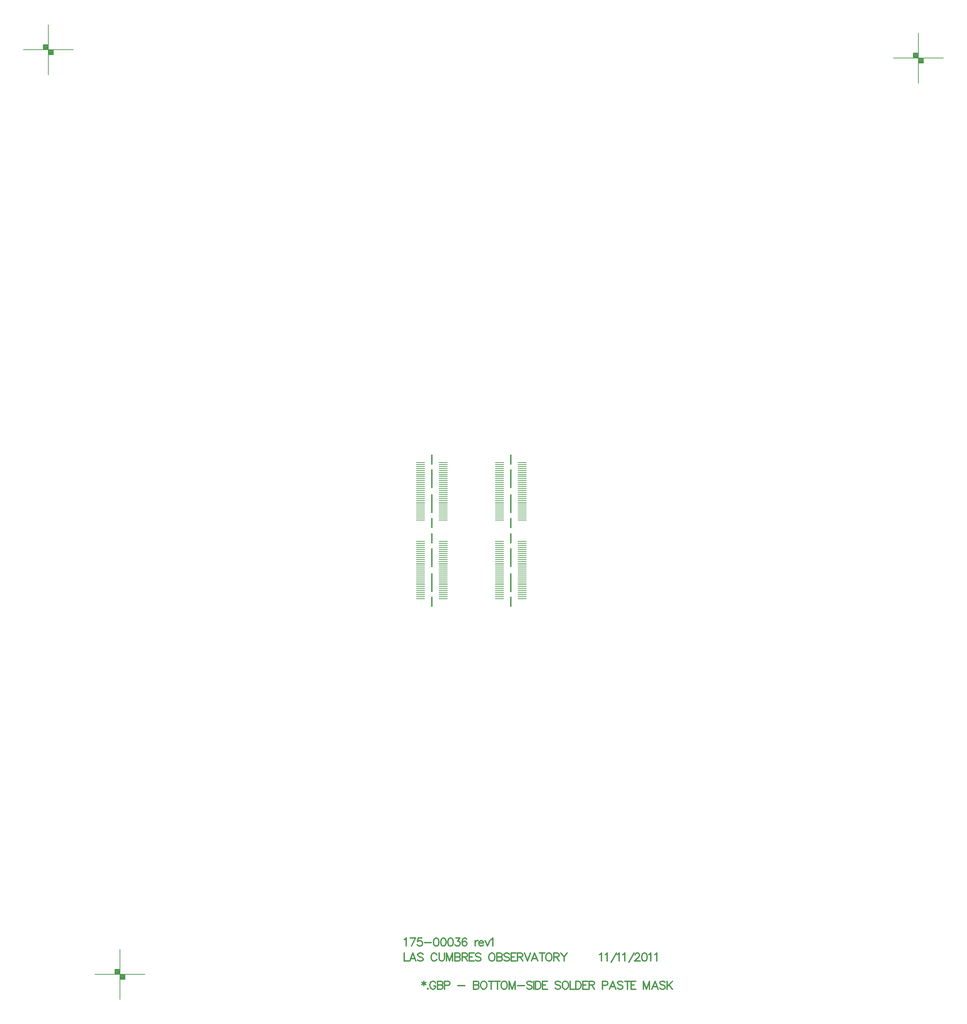
<source format=gbp>
%FSLAX23Y23*%
%MOIN*%
G70*
G01*
G75*
G04 Layer_Color=128*
%ADD10R,0.020X0.024*%
%ADD11R,0.025X0.100*%
%ADD12R,0.057X0.012*%
%ADD13R,0.025X0.185*%
%ADD14R,0.024X0.020*%
%ADD15R,0.050X0.050*%
%ADD16R,0.050X0.050*%
%ADD17C,0.005*%
%ADD18C,0.010*%
%ADD19C,0.012*%
%ADD20C,0.008*%
%ADD21C,0.012*%
%ADD22C,0.012*%
%ADD23C,0.200*%
%ADD24C,0.039*%
%ADD25C,0.059*%
%ADD26R,0.059X0.059*%
%ADD27R,0.059X0.059*%
%ADD28C,0.020*%
%ADD29C,0.080*%
%ADD30C,0.010*%
%ADD31C,0.040*%
%ADD32C,0.160*%
%ADD33C,0.080*%
%ADD34C,0.075*%
G04:AMPARAMS|DCode=35|XSize=108mil|YSize=108mil|CornerRadius=0mil|HoleSize=0mil|Usage=FLASHONLY|Rotation=0.000|XOffset=0mil|YOffset=0mil|HoleType=Round|Shape=Relief|Width=20mil|Gap=8mil|Entries=4|*
%AMTHD35*
7,0,0,0.108,0.092,0.020,45*
%
%ADD35THD35*%
G04:AMPARAMS|DCode=36|XSize=91.433mil|YSize=91.433mil|CornerRadius=0mil|HoleSize=0mil|Usage=FLASHONLY|Rotation=0.000|XOffset=0mil|YOffset=0mil|HoleType=Round|Shape=Relief|Width=20mil|Gap=8mil|Entries=4|*
%AMTHD36*
7,0,0,0.091,0.075,0.020,45*
%
%ADD36THD36*%
%ADD37C,0.092*%
%ADD38C,0.046*%
G04:AMPARAMS|DCode=39|XSize=66mil|YSize=66mil|CornerRadius=0mil|HoleSize=0mil|Usage=FLASHONLY|Rotation=0.000|XOffset=0mil|YOffset=0mil|HoleType=Round|Shape=Relief|Width=20mil|Gap=8mil|Entries=4|*
%AMTHD39*
7,0,0,0.066,0.050,0.020,45*
%
%ADD39THD39*%
%ADD40C,0.050*%
G04:AMPARAMS|DCode=41|XSize=62mil|YSize=62mil|CornerRadius=0mil|HoleSize=0mil|Usage=FLASHONLY|Rotation=0.000|XOffset=0mil|YOffset=0mil|HoleType=Round|Shape=Relief|Width=20mil|Gap=8mil|Entries=4|*
%AMTHD41*
7,0,0,0.062,0.046,0.020,45*
%
%ADD41THD41*%
%ADD42R,0.017X0.100*%
%ADD43R,0.017X0.185*%
%ADD44R,0.089X0.011*%
%ADD45C,0.008*%
%ADD46C,0.010*%
%ADD47C,0.007*%
%ADD48R,0.209X0.156*%
%ADD49R,0.026X0.030*%
%ADD50R,0.031X0.106*%
%ADD51R,0.061X0.016*%
%ADD52R,0.031X0.191*%
%ADD53R,0.030X0.026*%
%ADD54R,0.056X0.056*%
%ADD55R,0.056X0.056*%
%ADD56C,0.206*%
%ADD57C,0.045*%
%ADD58C,0.065*%
%ADD59R,0.065X0.065*%
%ADD60R,0.065X0.065*%
%ADD61C,0.060*%
%ADD62C,0.086*%
%ADD63C,0.016*%
%ADD64C,0.026*%
%ADD65R,1.675X0.450*%
%ADD66R,0.021X0.104*%
%ADD67R,0.021X0.189*%
%ADD68R,0.023X0.191*%
%ADD69R,0.093X0.015*%
%ADD70R,0.093X0.015*%
D20*
X27210Y15632D02*
X27220D01*
X27210Y15627D02*
Y15637D01*
Y15627D02*
X27220D01*
Y15637D01*
X27210D02*
X27220D01*
X27205Y15622D02*
Y15637D01*
Y15622D02*
X27225D01*
Y15642D01*
X27205D02*
X27225D01*
X27200Y15617D02*
Y15642D01*
Y15617D02*
X27230D01*
Y15647D01*
X27200D02*
X27230D01*
X27195Y15612D02*
Y15652D01*
Y15612D02*
X27235D01*
Y15652D01*
X27195D02*
X27235D01*
X27260Y15582D02*
X27270D01*
X27260Y15577D02*
Y15587D01*
Y15577D02*
X27270D01*
Y15587D01*
X27260D02*
X27270D01*
X27255Y15572D02*
Y15587D01*
Y15572D02*
X27275D01*
Y15592D01*
X27255D02*
X27275D01*
X27250Y15567D02*
Y15592D01*
Y15567D02*
X27280D01*
Y15597D01*
X27250D02*
X27280D01*
X27245Y15562D02*
Y15602D01*
Y15562D02*
X27285D01*
Y15602D01*
X27245D02*
X27285D01*
X27240Y15557D02*
X27290D01*
Y15607D01*
X27190Y15657D02*
X27240D01*
X27190Y15607D02*
Y15657D01*
X27240Y15357D02*
Y15857D01*
X26990Y15607D02*
X27490D01*
X35198Y24788D02*
X35208D01*
X35198Y24783D02*
Y24793D01*
Y24783D02*
X35208D01*
Y24793D01*
X35198D02*
X35208D01*
X35193Y24778D02*
Y24793D01*
Y24778D02*
X35213D01*
Y24798D01*
X35193D02*
X35213D01*
X35188Y24773D02*
Y24798D01*
Y24773D02*
X35218D01*
Y24803D01*
X35188D02*
X35218D01*
X35183Y24768D02*
Y24808D01*
Y24768D02*
X35223D01*
Y24808D01*
X35183D02*
X35223D01*
X35248Y24738D02*
X35258D01*
X35248Y24733D02*
Y24743D01*
Y24733D02*
X35258D01*
Y24743D01*
X35248D02*
X35258D01*
X35243Y24728D02*
Y24743D01*
Y24728D02*
X35263D01*
Y24748D01*
X35243D02*
X35263D01*
X35238Y24723D02*
Y24748D01*
Y24723D02*
X35268D01*
Y24753D01*
X35238D02*
X35268D01*
X35233Y24718D02*
Y24758D01*
Y24718D02*
X35273D01*
Y24758D01*
X35233D02*
X35273D01*
X35228Y24713D02*
X35278D01*
Y24763D01*
X35178Y24813D02*
X35228D01*
X35178Y24763D02*
Y24813D01*
X35228Y24513D02*
Y25013D01*
X34978Y24763D02*
X35478D01*
X26494Y24871D02*
X26504D01*
X26494Y24866D02*
Y24876D01*
Y24866D02*
X26504D01*
Y24876D01*
X26494D02*
X26504D01*
X26489Y24861D02*
Y24876D01*
Y24861D02*
X26509D01*
Y24881D01*
X26489D02*
X26509D01*
X26484Y24856D02*
Y24881D01*
Y24856D02*
X26514D01*
Y24886D01*
X26484D02*
X26514D01*
X26479Y24851D02*
Y24891D01*
Y24851D02*
X26519D01*
Y24891D01*
X26479D02*
X26519D01*
X26544Y24821D02*
X26554D01*
X26544Y24816D02*
Y24826D01*
Y24816D02*
X26554D01*
Y24826D01*
X26544D02*
X26554D01*
X26539Y24811D02*
Y24826D01*
Y24811D02*
X26559D01*
Y24831D01*
X26539D02*
X26559D01*
X26534Y24806D02*
Y24831D01*
Y24806D02*
X26564D01*
Y24836D01*
X26534D02*
X26564D01*
X26529Y24801D02*
Y24841D01*
Y24801D02*
X26569D01*
Y24841D01*
X26529D02*
X26569D01*
X26524Y24796D02*
X26574D01*
Y24846D01*
X26474Y24896D02*
X26524D01*
X26474Y24846D02*
Y24896D01*
X26524Y24596D02*
Y25096D01*
X26274Y24846D02*
X26774D01*
D21*
X30084Y15818D02*
Y15738D01*
X30130D01*
X30200D02*
X30169Y15818D01*
X30139Y15738D01*
X30150Y15764D02*
X30188D01*
X30272Y15806D02*
X30264Y15814D01*
X30253Y15818D01*
X30237D01*
X30226Y15814D01*
X30218Y15806D01*
Y15799D01*
X30222Y15791D01*
X30226Y15787D01*
X30234Y15783D01*
X30256Y15776D01*
X30264Y15772D01*
X30268Y15768D01*
X30272Y15761D01*
Y15749D01*
X30264Y15742D01*
X30253Y15738D01*
X30237D01*
X30226Y15742D01*
X30218Y15749D01*
X30409Y15799D02*
X30406Y15806D01*
X30398Y15814D01*
X30390Y15818D01*
X30375D01*
X30368Y15814D01*
X30360Y15806D01*
X30356Y15799D01*
X30352Y15787D01*
Y15768D01*
X30356Y15757D01*
X30360Y15749D01*
X30368Y15742D01*
X30375Y15738D01*
X30390D01*
X30398Y15742D01*
X30406Y15749D01*
X30409Y15757D01*
X30432Y15818D02*
Y15761D01*
X30436Y15749D01*
X30443Y15742D01*
X30455Y15738D01*
X30462D01*
X30474Y15742D01*
X30481Y15749D01*
X30485Y15761D01*
Y15818D01*
X30507D02*
Y15738D01*
Y15818D02*
X30538Y15738D01*
X30568Y15818D02*
X30538Y15738D01*
X30568Y15818D02*
Y15738D01*
X30591Y15818D02*
Y15738D01*
Y15818D02*
X30625D01*
X30637Y15814D01*
X30641Y15810D01*
X30644Y15803D01*
Y15795D01*
X30641Y15787D01*
X30637Y15783D01*
X30625Y15780D01*
X30591D02*
X30625D01*
X30637Y15776D01*
X30641Y15772D01*
X30644Y15764D01*
Y15753D01*
X30641Y15745D01*
X30637Y15742D01*
X30625Y15738D01*
X30591D01*
X30662Y15818D02*
Y15738D01*
Y15818D02*
X30697D01*
X30708Y15814D01*
X30712Y15810D01*
X30716Y15803D01*
Y15795D01*
X30712Y15787D01*
X30708Y15783D01*
X30697Y15780D01*
X30662D01*
X30689D02*
X30716Y15738D01*
X30783Y15818D02*
X30734D01*
Y15738D01*
X30783D01*
X30734Y15780D02*
X30764D01*
X30850Y15806D02*
X30842Y15814D01*
X30831Y15818D01*
X30815D01*
X30804Y15814D01*
X30796Y15806D01*
Y15799D01*
X30800Y15791D01*
X30804Y15787D01*
X30812Y15783D01*
X30835Y15776D01*
X30842Y15772D01*
X30846Y15768D01*
X30850Y15761D01*
Y15749D01*
X30842Y15742D01*
X30831Y15738D01*
X30815D01*
X30804Y15742D01*
X30796Y15749D01*
X30953Y15818D02*
X30946Y15814D01*
X30938Y15806D01*
X30934Y15799D01*
X30931Y15787D01*
Y15768D01*
X30934Y15757D01*
X30938Y15749D01*
X30946Y15742D01*
X30953Y15738D01*
X30969D01*
X30976Y15742D01*
X30984Y15749D01*
X30988Y15757D01*
X30991Y15768D01*
Y15787D01*
X30988Y15799D01*
X30984Y15806D01*
X30976Y15814D01*
X30969Y15818D01*
X30953D01*
X31010D02*
Y15738D01*
Y15818D02*
X31044D01*
X31056Y15814D01*
X31060Y15810D01*
X31063Y15803D01*
Y15795D01*
X31060Y15787D01*
X31056Y15783D01*
X31044Y15780D01*
X31010D02*
X31044D01*
X31056Y15776D01*
X31060Y15772D01*
X31063Y15764D01*
Y15753D01*
X31060Y15745D01*
X31056Y15742D01*
X31044Y15738D01*
X31010D01*
X31135Y15806D02*
X31127Y15814D01*
X31116Y15818D01*
X31100D01*
X31089Y15814D01*
X31081Y15806D01*
Y15799D01*
X31085Y15791D01*
X31089Y15787D01*
X31097Y15783D01*
X31119Y15776D01*
X31127Y15772D01*
X31131Y15768D01*
X31135Y15761D01*
Y15749D01*
X31127Y15742D01*
X31116Y15738D01*
X31100D01*
X31089Y15742D01*
X31081Y15749D01*
X31202Y15818D02*
X31153D01*
Y15738D01*
X31202D01*
X31153Y15780D02*
X31183D01*
X31215Y15818D02*
Y15738D01*
Y15818D02*
X31250D01*
X31261Y15814D01*
X31265Y15810D01*
X31269Y15803D01*
Y15795D01*
X31265Y15787D01*
X31261Y15783D01*
X31250Y15780D01*
X31215D01*
X31242D02*
X31269Y15738D01*
X31287Y15818D02*
X31317Y15738D01*
X31348Y15818D02*
X31317Y15738D01*
X31419D02*
X31388Y15818D01*
X31358Y15738D01*
X31369Y15764D02*
X31407D01*
X31464Y15818D02*
Y15738D01*
X31437Y15818D02*
X31491D01*
X31523D02*
X31516Y15814D01*
X31508Y15806D01*
X31504Y15799D01*
X31500Y15787D01*
Y15768D01*
X31504Y15757D01*
X31508Y15749D01*
X31516Y15742D01*
X31523Y15738D01*
X31538D01*
X31546Y15742D01*
X31554Y15749D01*
X31557Y15757D01*
X31561Y15768D01*
Y15787D01*
X31557Y15799D01*
X31554Y15806D01*
X31546Y15814D01*
X31538Y15818D01*
X31523D01*
X31580D02*
Y15738D01*
Y15818D02*
X31614D01*
X31626Y15814D01*
X31629Y15810D01*
X31633Y15803D01*
Y15795D01*
X31629Y15787D01*
X31626Y15783D01*
X31614Y15780D01*
X31580D01*
X31607D02*
X31633Y15738D01*
X31651Y15818D02*
X31682Y15780D01*
Y15738D01*
X31712Y15818D02*
X31682Y15780D01*
X32037Y15803D02*
X32044Y15806D01*
X32056Y15818D01*
Y15738D01*
X32095Y15803D02*
X32103Y15806D01*
X32114Y15818D01*
Y15738D01*
X32154Y15726D02*
X32207Y15818D01*
X32213Y15803D02*
X32220Y15806D01*
X32232Y15818D01*
Y15738D01*
X32271Y15803D02*
X32279Y15806D01*
X32290Y15818D01*
Y15738D01*
X32330Y15726D02*
X32383Y15818D01*
X32392Y15799D02*
Y15803D01*
X32396Y15810D01*
X32400Y15814D01*
X32408Y15818D01*
X32423D01*
X32430Y15814D01*
X32434Y15810D01*
X32438Y15803D01*
Y15795D01*
X32434Y15787D01*
X32427Y15776D01*
X32388Y15738D01*
X32442D01*
X32483Y15818D02*
X32471Y15814D01*
X32464Y15803D01*
X32460Y15783D01*
Y15772D01*
X32464Y15753D01*
X32471Y15742D01*
X32483Y15738D01*
X32490D01*
X32502Y15742D01*
X32509Y15753D01*
X32513Y15772D01*
Y15783D01*
X32509Y15803D01*
X32502Y15814D01*
X32490Y15818D01*
X32483D01*
X32531Y15803D02*
X32539Y15806D01*
X32550Y15818D01*
Y15738D01*
X32590Y15803D02*
X32597Y15806D01*
X32609Y15818D01*
Y15738D01*
D22*
X30280Y15537D02*
Y15491D01*
X30261Y15526D02*
X30299Y15503D01*
Y15526D02*
X30261Y15503D01*
X30319Y15465D02*
X30316Y15461D01*
X30319Y15457D01*
X30323Y15461D01*
X30319Y15465D01*
X30398Y15518D02*
X30394Y15526D01*
X30386Y15533D01*
X30379Y15537D01*
X30364D01*
X30356Y15533D01*
X30348Y15526D01*
X30345Y15518D01*
X30341Y15507D01*
Y15488D01*
X30345Y15476D01*
X30348Y15469D01*
X30356Y15461D01*
X30364Y15457D01*
X30379D01*
X30386Y15461D01*
X30394Y15469D01*
X30398Y15476D01*
Y15488D01*
X30379D02*
X30398D01*
X30416Y15537D02*
Y15457D01*
Y15537D02*
X30450D01*
X30462Y15533D01*
X30466Y15530D01*
X30470Y15522D01*
Y15514D01*
X30466Y15507D01*
X30462Y15503D01*
X30450Y15499D01*
X30416D02*
X30450D01*
X30462Y15495D01*
X30466Y15491D01*
X30470Y15484D01*
Y15472D01*
X30466Y15465D01*
X30462Y15461D01*
X30450Y15457D01*
X30416D01*
X30487Y15495D02*
X30522D01*
X30533Y15499D01*
X30537Y15503D01*
X30541Y15511D01*
Y15522D01*
X30537Y15530D01*
X30533Y15533D01*
X30522Y15537D01*
X30487D01*
Y15457D01*
X30621Y15491D02*
X30690D01*
X30776Y15537D02*
Y15457D01*
Y15537D02*
X30811D01*
X30822Y15533D01*
X30826Y15530D01*
X30830Y15522D01*
Y15514D01*
X30826Y15507D01*
X30822Y15503D01*
X30811Y15499D01*
X30776D02*
X30811D01*
X30822Y15495D01*
X30826Y15491D01*
X30830Y15484D01*
Y15472D01*
X30826Y15465D01*
X30822Y15461D01*
X30811Y15457D01*
X30776D01*
X30871Y15537D02*
X30863Y15533D01*
X30855Y15526D01*
X30852Y15518D01*
X30848Y15507D01*
Y15488D01*
X30852Y15476D01*
X30855Y15469D01*
X30863Y15461D01*
X30871Y15457D01*
X30886D01*
X30893Y15461D01*
X30901Y15469D01*
X30905Y15476D01*
X30909Y15488D01*
Y15507D01*
X30905Y15518D01*
X30901Y15526D01*
X30893Y15533D01*
X30886Y15537D01*
X30871D01*
X30954D02*
Y15457D01*
X30927Y15537D02*
X30981D01*
X31017D02*
Y15457D01*
X30990Y15537D02*
X31043D01*
X31076D02*
X31068Y15533D01*
X31061Y15526D01*
X31057Y15518D01*
X31053Y15507D01*
Y15488D01*
X31057Y15476D01*
X31061Y15469D01*
X31068Y15461D01*
X31076Y15457D01*
X31091D01*
X31099Y15461D01*
X31106Y15469D01*
X31110Y15476D01*
X31114Y15488D01*
Y15507D01*
X31110Y15518D01*
X31106Y15526D01*
X31099Y15533D01*
X31091Y15537D01*
X31076D01*
X31133D02*
Y15457D01*
Y15537D02*
X31163Y15457D01*
X31194Y15537D02*
X31163Y15457D01*
X31194Y15537D02*
Y15457D01*
X31216Y15491D02*
X31285D01*
X31362Y15526D02*
X31354Y15533D01*
X31343Y15537D01*
X31328D01*
X31316Y15533D01*
X31309Y15526D01*
Y15518D01*
X31312Y15511D01*
X31316Y15507D01*
X31324Y15503D01*
X31347Y15495D01*
X31354Y15491D01*
X31358Y15488D01*
X31362Y15480D01*
Y15469D01*
X31354Y15461D01*
X31343Y15457D01*
X31328D01*
X31316Y15461D01*
X31309Y15469D01*
X31380Y15537D02*
Y15457D01*
X31397Y15537D02*
Y15457D01*
Y15537D02*
X31423D01*
X31435Y15533D01*
X31442Y15526D01*
X31446Y15518D01*
X31450Y15507D01*
Y15488D01*
X31446Y15476D01*
X31442Y15469D01*
X31435Y15461D01*
X31423Y15457D01*
X31397D01*
X31517Y15537D02*
X31468D01*
Y15457D01*
X31517D01*
X31468Y15499D02*
X31498D01*
X31647Y15526D02*
X31639Y15533D01*
X31628Y15537D01*
X31613D01*
X31601Y15533D01*
X31593Y15526D01*
Y15518D01*
X31597Y15511D01*
X31601Y15507D01*
X31609Y15503D01*
X31632Y15495D01*
X31639Y15491D01*
X31643Y15488D01*
X31647Y15480D01*
Y15469D01*
X31639Y15461D01*
X31628Y15457D01*
X31613D01*
X31601Y15461D01*
X31593Y15469D01*
X31688Y15537D02*
X31680Y15533D01*
X31672Y15526D01*
X31668Y15518D01*
X31665Y15507D01*
Y15488D01*
X31668Y15476D01*
X31672Y15469D01*
X31680Y15461D01*
X31688Y15457D01*
X31703D01*
X31710Y15461D01*
X31718Y15469D01*
X31722Y15476D01*
X31726Y15488D01*
Y15507D01*
X31722Y15518D01*
X31718Y15526D01*
X31710Y15533D01*
X31703Y15537D01*
X31688D01*
X31744D02*
Y15457D01*
X31790D01*
X31799Y15537D02*
Y15457D01*
Y15537D02*
X31825D01*
X31837Y15533D01*
X31844Y15526D01*
X31848Y15518D01*
X31852Y15507D01*
Y15488D01*
X31848Y15476D01*
X31844Y15469D01*
X31837Y15461D01*
X31825Y15457D01*
X31799D01*
X31919Y15537D02*
X31870D01*
Y15457D01*
X31919D01*
X31870Y15499D02*
X31900D01*
X31933Y15537D02*
Y15457D01*
Y15537D02*
X31967D01*
X31979Y15533D01*
X31982Y15530D01*
X31986Y15522D01*
Y15514D01*
X31982Y15507D01*
X31979Y15503D01*
X31967Y15499D01*
X31933D01*
X31959D02*
X31986Y15457D01*
X32067Y15495D02*
X32101D01*
X32113Y15499D01*
X32116Y15503D01*
X32120Y15511D01*
Y15522D01*
X32116Y15530D01*
X32113Y15533D01*
X32101Y15537D01*
X32067D01*
Y15457D01*
X32199D02*
X32169Y15537D01*
X32138Y15457D01*
X32150Y15484D02*
X32188D01*
X32271Y15526D02*
X32263Y15533D01*
X32252Y15537D01*
X32237D01*
X32225Y15533D01*
X32218Y15526D01*
Y15518D01*
X32222Y15511D01*
X32225Y15507D01*
X32233Y15503D01*
X32256Y15495D01*
X32263Y15491D01*
X32267Y15488D01*
X32271Y15480D01*
Y15469D01*
X32263Y15461D01*
X32252Y15457D01*
X32237D01*
X32225Y15461D01*
X32218Y15469D01*
X32316Y15537D02*
Y15457D01*
X32289Y15537D02*
X32342D01*
X32401D02*
X32352D01*
Y15457D01*
X32401D01*
X32352Y15499D02*
X32382D01*
X32477Y15537D02*
Y15457D01*
Y15537D02*
X32508Y15457D01*
X32538Y15537D02*
X32508Y15457D01*
X32538Y15537D02*
Y15457D01*
X32622D02*
X32592Y15537D01*
X32561Y15457D01*
X32573Y15484D02*
X32611D01*
X32694Y15526D02*
X32687Y15533D01*
X32675Y15537D01*
X32660D01*
X32648Y15533D01*
X32641Y15526D01*
Y15518D01*
X32645Y15511D01*
X32648Y15507D01*
X32656Y15503D01*
X32679Y15495D01*
X32687Y15491D01*
X32690Y15488D01*
X32694Y15480D01*
Y15469D01*
X32687Y15461D01*
X32675Y15457D01*
X32660D01*
X32648Y15461D01*
X32641Y15469D01*
X32712Y15537D02*
Y15457D01*
X32765Y15537D02*
X32712Y15484D01*
X32731Y15503D02*
X32765Y15457D01*
X30084Y15953D02*
X30092Y15956D01*
X30103Y15968D01*
Y15888D01*
X30196Y15968D02*
X30158Y15888D01*
X30143Y15968D02*
X30196D01*
X30260D02*
X30222D01*
X30218Y15933D01*
X30222Y15937D01*
X30233Y15941D01*
X30245D01*
X30256Y15937D01*
X30264Y15930D01*
X30267Y15918D01*
Y15911D01*
X30264Y15899D01*
X30256Y15892D01*
X30245Y15888D01*
X30233D01*
X30222Y15892D01*
X30218Y15895D01*
X30214Y15903D01*
X30285Y15922D02*
X30354D01*
X30400Y15968D02*
X30389Y15964D01*
X30381Y15953D01*
X30377Y15933D01*
Y15922D01*
X30381Y15903D01*
X30389Y15892D01*
X30400Y15888D01*
X30408D01*
X30419Y15892D01*
X30427Y15903D01*
X30431Y15922D01*
Y15933D01*
X30427Y15953D01*
X30419Y15964D01*
X30408Y15968D01*
X30400D01*
X30472D02*
X30460Y15964D01*
X30453Y15953D01*
X30449Y15933D01*
Y15922D01*
X30453Y15903D01*
X30460Y15892D01*
X30472Y15888D01*
X30479D01*
X30491Y15892D01*
X30498Y15903D01*
X30502Y15922D01*
Y15933D01*
X30498Y15953D01*
X30491Y15964D01*
X30479Y15968D01*
X30472D01*
X30543D02*
X30531Y15964D01*
X30524Y15953D01*
X30520Y15933D01*
Y15922D01*
X30524Y15903D01*
X30531Y15892D01*
X30543Y15888D01*
X30550D01*
X30562Y15892D01*
X30569Y15903D01*
X30573Y15922D01*
Y15933D01*
X30569Y15953D01*
X30562Y15964D01*
X30550Y15968D01*
X30543D01*
X30599D02*
X30641D01*
X30618Y15937D01*
X30629D01*
X30637Y15933D01*
X30641Y15930D01*
X30644Y15918D01*
Y15911D01*
X30641Y15899D01*
X30633Y15892D01*
X30622Y15888D01*
X30610D01*
X30599Y15892D01*
X30595Y15895D01*
X30591Y15903D01*
X30708Y15956D02*
X30704Y15964D01*
X30693Y15968D01*
X30685D01*
X30674Y15964D01*
X30666Y15953D01*
X30662Y15933D01*
Y15914D01*
X30666Y15899D01*
X30674Y15892D01*
X30685Y15888D01*
X30689D01*
X30700Y15892D01*
X30708Y15899D01*
X30712Y15911D01*
Y15914D01*
X30708Y15926D01*
X30700Y15933D01*
X30689Y15937D01*
X30685D01*
X30674Y15933D01*
X30666Y15926D01*
X30662Y15914D01*
X30792Y15941D02*
Y15888D01*
Y15918D02*
X30796Y15930D01*
X30804Y15937D01*
X30811Y15941D01*
X30823D01*
X30830Y15918D02*
X30876D01*
Y15926D01*
X30872Y15933D01*
X30868Y15937D01*
X30860Y15941D01*
X30849D01*
X30841Y15937D01*
X30834Y15930D01*
X30830Y15918D01*
Y15911D01*
X30834Y15899D01*
X30841Y15892D01*
X30849Y15888D01*
X30860D01*
X30868Y15892D01*
X30876Y15899D01*
X30893Y15941D02*
X30916Y15888D01*
X30939Y15941D02*
X30916Y15888D01*
X30951Y15953D02*
X30959Y15956D01*
X30971Y15968D01*
Y15888D01*
D42*
X30360Y19328D02*
D03*
Y19963D02*
D03*
Y20115D02*
D03*
Y20750D02*
D03*
X31150Y19328D02*
D03*
Y19963D02*
D03*
Y20115D02*
D03*
Y20750D02*
D03*
D43*
X30360Y19520D02*
D03*
Y19770D02*
D03*
Y20308D02*
D03*
Y20558D02*
D03*
X31150Y19520D02*
D03*
Y19770D02*
D03*
Y20308D02*
D03*
Y20558D02*
D03*
D44*
X30247Y19360D02*
D03*
X30473D02*
D03*
X30247Y19379D02*
D03*
X30473D02*
D03*
X30247Y19399D02*
D03*
X30473D02*
D03*
X30247Y19419D02*
D03*
X30473D02*
D03*
X30247Y19438D02*
D03*
X30473D02*
D03*
X30247Y19458D02*
D03*
X30473D02*
D03*
X30247Y19478D02*
D03*
X30473D02*
D03*
X30247Y19498D02*
D03*
X30473D02*
D03*
X30247Y19517D02*
D03*
X30473D02*
D03*
X30247Y19537D02*
D03*
X30473D02*
D03*
X30247Y19557D02*
D03*
X30473D02*
D03*
X30247Y19576D02*
D03*
X30473D02*
D03*
X30247Y19596D02*
D03*
X30473D02*
D03*
X30247Y19616D02*
D03*
X30473D02*
D03*
X30247Y19635D02*
D03*
X30473D02*
D03*
X30247Y19655D02*
D03*
X30473D02*
D03*
X30247Y19675D02*
D03*
X30473D02*
D03*
X30247Y19695D02*
D03*
X30473D02*
D03*
X30247Y19714D02*
D03*
X30473D02*
D03*
X30247Y19734D02*
D03*
X30473D02*
D03*
X30247Y19754D02*
D03*
X30473D02*
D03*
X30247Y19773D02*
D03*
X30473D02*
D03*
X30247Y19793D02*
D03*
X30473D02*
D03*
X30247Y19813D02*
D03*
X30473D02*
D03*
X30247Y19832D02*
D03*
X30473D02*
D03*
X30247Y19852D02*
D03*
X30473D02*
D03*
X30247Y19872D02*
D03*
X30473D02*
D03*
X30247Y19892D02*
D03*
X30473D02*
D03*
X30247Y19911D02*
D03*
X30473D02*
D03*
X30247Y19931D02*
D03*
X30473D02*
D03*
X30247Y20147D02*
D03*
X30473D02*
D03*
X30247Y20167D02*
D03*
X30473D02*
D03*
X30247Y20187D02*
D03*
X30473D02*
D03*
X30247Y20206D02*
D03*
X30473D02*
D03*
X30247Y20226D02*
D03*
X30473D02*
D03*
X30247Y20246D02*
D03*
X30473D02*
D03*
X30247Y20265D02*
D03*
X30473D02*
D03*
X30247Y20285D02*
D03*
X30473D02*
D03*
X30247Y20305D02*
D03*
X30473D02*
D03*
X30247Y20324D02*
D03*
X30473D02*
D03*
X30247Y20344D02*
D03*
X30473D02*
D03*
X30247Y20364D02*
D03*
X30473D02*
D03*
X30247Y20384D02*
D03*
X30473D02*
D03*
X30247Y20403D02*
D03*
X30473D02*
D03*
X30247Y20423D02*
D03*
X30473D02*
D03*
X30247Y20443D02*
D03*
X30473D02*
D03*
X30247Y20462D02*
D03*
X30473D02*
D03*
X30247Y20482D02*
D03*
X30473D02*
D03*
X30247Y20502D02*
D03*
X30473D02*
D03*
X30247Y20521D02*
D03*
X30473D02*
D03*
X30247Y20541D02*
D03*
X30473D02*
D03*
X30247Y20561D02*
D03*
X30473D02*
D03*
X30247Y20581D02*
D03*
X30473D02*
D03*
X30247Y20600D02*
D03*
X30473D02*
D03*
X30247Y20620D02*
D03*
X30473D02*
D03*
X30247Y20640D02*
D03*
X30473D02*
D03*
X30247Y20659D02*
D03*
X30473D02*
D03*
X30247Y20679D02*
D03*
X30473D02*
D03*
X30247Y20699D02*
D03*
X30473D02*
D03*
X30247Y20718D02*
D03*
X30473D02*
D03*
X31037Y19360D02*
D03*
X31263D02*
D03*
X31037Y19379D02*
D03*
X31263D02*
D03*
X31037Y19399D02*
D03*
X31263D02*
D03*
X31037Y19419D02*
D03*
X31263D02*
D03*
X31037Y19438D02*
D03*
X31263D02*
D03*
X31037Y19458D02*
D03*
X31263D02*
D03*
X31037Y19478D02*
D03*
X31263D02*
D03*
X31037Y19498D02*
D03*
X31263D02*
D03*
X31037Y19517D02*
D03*
X31263D02*
D03*
X31037Y19537D02*
D03*
X31263D02*
D03*
X31037Y19557D02*
D03*
X31263D02*
D03*
X31037Y19576D02*
D03*
X31263D02*
D03*
X31037Y19596D02*
D03*
X31263D02*
D03*
X31037Y19616D02*
D03*
X31263D02*
D03*
X31037Y19635D02*
D03*
X31263D02*
D03*
X31037Y19655D02*
D03*
X31263D02*
D03*
X31037Y19675D02*
D03*
X31263D02*
D03*
X31037Y19695D02*
D03*
X31263D02*
D03*
X31037Y19714D02*
D03*
X31263D02*
D03*
X31037Y19734D02*
D03*
X31263D02*
D03*
X31037Y19754D02*
D03*
X31263D02*
D03*
X31037Y19773D02*
D03*
X31263D02*
D03*
X31037Y19793D02*
D03*
X31263D02*
D03*
X31037Y19813D02*
D03*
X31263D02*
D03*
X31037Y19832D02*
D03*
X31263D02*
D03*
X31037Y19852D02*
D03*
X31263D02*
D03*
X31037Y19872D02*
D03*
X31263D02*
D03*
X31037Y19892D02*
D03*
X31263D02*
D03*
X31037Y19911D02*
D03*
X31263D02*
D03*
X31037Y19931D02*
D03*
X31263D02*
D03*
X31037Y20147D02*
D03*
X31263D02*
D03*
X31037Y20167D02*
D03*
X31263D02*
D03*
X31037Y20187D02*
D03*
X31263D02*
D03*
X31037Y20206D02*
D03*
X31263D02*
D03*
X31037Y20226D02*
D03*
X31263D02*
D03*
X31037Y20246D02*
D03*
X31263D02*
D03*
X31037Y20265D02*
D03*
X31263D02*
D03*
X31037Y20285D02*
D03*
X31263D02*
D03*
X31037Y20305D02*
D03*
X31263D02*
D03*
X31037Y20324D02*
D03*
X31263D02*
D03*
X31037Y20344D02*
D03*
X31263D02*
D03*
X31037Y20364D02*
D03*
X31263D02*
D03*
X31037Y20384D02*
D03*
X31263D02*
D03*
X31037Y20403D02*
D03*
X31263D02*
D03*
X31037Y20423D02*
D03*
X31263D02*
D03*
X31037Y20443D02*
D03*
X31263D02*
D03*
X31037Y20462D02*
D03*
X31263D02*
D03*
X31037Y20482D02*
D03*
X31263D02*
D03*
X31037Y20502D02*
D03*
X31263D02*
D03*
X31037Y20521D02*
D03*
X31263D02*
D03*
X31037Y20541D02*
D03*
X31263D02*
D03*
X31037Y20561D02*
D03*
X31263D02*
D03*
X31037Y20581D02*
D03*
X31263D02*
D03*
X31037Y20600D02*
D03*
X31263D02*
D03*
X31037Y20620D02*
D03*
X31263D02*
D03*
X31037Y20640D02*
D03*
X31263D02*
D03*
X31037Y20659D02*
D03*
X31263D02*
D03*
X31037Y20679D02*
D03*
X31263D02*
D03*
X31037Y20699D02*
D03*
X31263D02*
D03*
X31037Y20718D02*
D03*
X31263D02*
D03*
M02*

</source>
